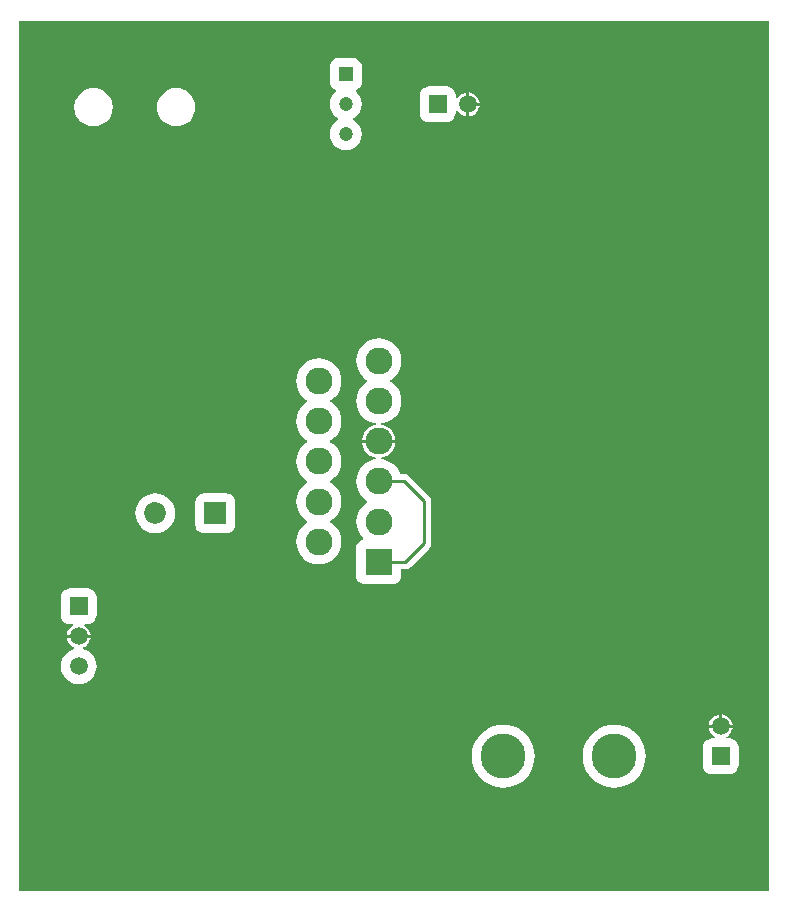
<source format=gbr>
G04 Layer_Physical_Order=2*
G04 Layer_Color=16711680*
%FSLAX25Y25*%
%MOIN*%
%TF.FileFunction,Copper,L2,Bot,Signal*%
%TF.Part,Single*%
G01*
G75*
%TA.AperFunction,Conductor*%
%ADD21C,0.01000*%
%TA.AperFunction,ComponentPad*%
%ADD22R,0.05905X0.05905*%
%ADD23C,0.05905*%
%ADD24R,0.09000X0.09000*%
%ADD25C,0.09000*%
%ADD26R,0.04724X0.04724*%
%ADD27C,0.04724*%
%ADD28C,0.15000*%
%ADD29R,0.07283X0.07283*%
%ADD30C,0.07283*%
%ADD31R,0.05905X0.05905*%
G36*
X395000Y115000D02*
X145000D01*
Y405000D01*
X395000D01*
Y115000D01*
D02*
G37*
%LPC*%
G36*
X168921Y199500D02*
X165000D01*
X161079D01*
X161149Y198968D01*
X161547Y198007D01*
X162181Y197181D01*
X163007Y196547D01*
X163576Y196311D01*
X163550Y195781D01*
X162711Y195526D01*
X161677Y194974D01*
X160770Y194230D01*
X160027Y193323D01*
X159474Y192289D01*
X159133Y191167D01*
X159019Y190000D01*
X159133Y188833D01*
X159474Y187711D01*
X160027Y186677D01*
X160770Y185770D01*
X161677Y185027D01*
X162711Y184474D01*
X163833Y184133D01*
X165000Y184019D01*
X166167Y184133D01*
X167289Y184474D01*
X168323Y185027D01*
X169230Y185770D01*
X169974Y186677D01*
X170526Y187711D01*
X170867Y188833D01*
X170982Y190000D01*
X170867Y191167D01*
X170526Y192289D01*
X169974Y193323D01*
X169230Y194230D01*
X168323Y194974D01*
X167289Y195526D01*
X166450Y195781D01*
X166424Y196311D01*
X166993Y196547D01*
X167819Y197181D01*
X168453Y198007D01*
X168851Y198968D01*
X168921Y199500D01*
D02*
G37*
G36*
X379500Y173921D02*
Y170500D01*
X382921D01*
X382851Y171032D01*
X382453Y171993D01*
X381819Y172819D01*
X380993Y173453D01*
X380032Y173851D01*
X379500Y173921D01*
D02*
G37*
G36*
X270482Y264500D02*
X265000D01*
X259518D01*
X259642Y263564D01*
X260196Y262226D01*
X261077Y261077D01*
X262226Y260196D01*
X263564Y259642D01*
X264191Y259559D01*
X264183Y259056D01*
X263530Y258992D01*
X262116Y258563D01*
X260813Y257866D01*
X259671Y256929D01*
X258734Y255787D01*
X258037Y254484D01*
X257609Y253070D01*
X257464Y251600D01*
X257609Y250130D01*
X258037Y248716D01*
X258734Y247413D01*
X259671Y246271D01*
X260813Y245334D01*
X261157Y245150D01*
Y244650D01*
X260813Y244466D01*
X259671Y243529D01*
X258734Y242387D01*
X258037Y241084D01*
X257609Y239670D01*
X257464Y238200D01*
X257609Y236730D01*
X258037Y235316D01*
X258734Y234013D01*
X259671Y232871D01*
X259872Y232706D01*
X259809Y232483D01*
X259688Y232211D01*
X258987Y231921D01*
X258360Y231440D01*
X257879Y230813D01*
X257577Y230083D01*
X257474Y229300D01*
Y220300D01*
X257577Y219517D01*
X257879Y218787D01*
X258360Y218160D01*
X258987Y217680D01*
X259717Y217377D01*
X260500Y217274D01*
X269500D01*
X270283Y217377D01*
X271013Y217680D01*
X271640Y218160D01*
X272120Y218787D01*
X272423Y219517D01*
X272526Y220300D01*
Y222251D01*
X273800D01*
X274776Y222445D01*
X275602Y222998D01*
X281802Y229198D01*
X282355Y230025D01*
X282549Y231000D01*
Y245000D01*
X282355Y245975D01*
X281802Y246802D01*
X275202Y253402D01*
X274376Y253955D01*
X273400Y254149D01*
X272064D01*
X271963Y254484D01*
X271266Y255787D01*
X270329Y256929D01*
X269187Y257866D01*
X267884Y258563D01*
X266470Y258992D01*
X265817Y259056D01*
X265809Y259559D01*
X266436Y259642D01*
X267774Y260196D01*
X268923Y261077D01*
X269804Y262226D01*
X270358Y263564D01*
X270482Y264500D01*
D02*
G37*
G36*
X167953Y215979D02*
X162047D01*
X161264Y215876D01*
X160534Y215573D01*
X159908Y215092D01*
X159427Y214466D01*
X159125Y213736D01*
X159021Y212953D01*
Y207047D01*
X159125Y206264D01*
X159427Y205534D01*
X159908Y204908D01*
X160534Y204427D01*
X161264Y204124D01*
X162047Y204021D01*
X163073D01*
X163172Y203521D01*
X163007Y203453D01*
X162181Y202819D01*
X161547Y201993D01*
X161149Y201032D01*
X161079Y200500D01*
X165000D01*
X168921D01*
X168851Y201032D01*
X168453Y201993D01*
X167819Y202819D01*
X166993Y203453D01*
X166828Y203521D01*
X166927Y204021D01*
X167953D01*
X168736Y204124D01*
X169466Y204427D01*
X170092Y204908D01*
X170573Y205534D01*
X170876Y206264D01*
X170979Y207047D01*
Y212953D01*
X170876Y213736D01*
X170573Y214466D01*
X170092Y215092D01*
X169466Y215573D01*
X168736Y215876D01*
X167953Y215979D01*
D02*
G37*
G36*
X343500Y170533D02*
X341852Y170403D01*
X340245Y170017D01*
X338718Y169385D01*
X337309Y168521D01*
X336052Y167448D01*
X334979Y166191D01*
X334116Y164782D01*
X333483Y163255D01*
X333097Y161648D01*
X332967Y160000D01*
X333097Y158352D01*
X333483Y156745D01*
X334116Y155218D01*
X334979Y153809D01*
X336052Y152552D01*
X337309Y151479D01*
X338718Y150616D01*
X340245Y149983D01*
X341852Y149597D01*
X343500Y149468D01*
X345148Y149597D01*
X346755Y149983D01*
X348282Y150616D01*
X349691Y151479D01*
X350948Y152552D01*
X352021Y153809D01*
X352885Y155218D01*
X353517Y156745D01*
X353903Y158352D01*
X354032Y160000D01*
X353903Y161648D01*
X353517Y163255D01*
X352885Y164782D01*
X352021Y166191D01*
X350948Y167448D01*
X349691Y168521D01*
X348282Y169385D01*
X346755Y170017D01*
X345148Y170403D01*
X343500Y170533D01*
D02*
G37*
G36*
X306500D02*
X304852Y170403D01*
X303245Y170017D01*
X301718Y169385D01*
X300309Y168521D01*
X299052Y167448D01*
X297979Y166191D01*
X297115Y164782D01*
X296483Y163255D01*
X296097Y161648D01*
X295968Y160000D01*
X296097Y158352D01*
X296483Y156745D01*
X297115Y155218D01*
X297979Y153809D01*
X299052Y152552D01*
X300309Y151479D01*
X301718Y150616D01*
X303245Y149983D01*
X304852Y149597D01*
X306500Y149468D01*
X308148Y149597D01*
X309755Y149983D01*
X311282Y150616D01*
X312691Y151479D01*
X313948Y152552D01*
X315021Y153809D01*
X315884Y155218D01*
X316517Y156745D01*
X316903Y158352D01*
X317033Y160000D01*
X316903Y161648D01*
X316517Y163255D01*
X315884Y164782D01*
X315021Y166191D01*
X313948Y167448D01*
X312691Y168521D01*
X311282Y169385D01*
X309755Y170017D01*
X308148Y170403D01*
X306500Y170533D01*
D02*
G37*
G36*
X378500Y173921D02*
X377968Y173851D01*
X377007Y173453D01*
X376181Y172819D01*
X375547Y171993D01*
X375149Y171032D01*
X375079Y170500D01*
X378500D01*
Y173921D01*
D02*
G37*
G36*
X382921Y169500D02*
X379000D01*
X375079D01*
X375149Y168968D01*
X375547Y168007D01*
X376181Y167181D01*
X377007Y166547D01*
X377172Y166479D01*
X377073Y165979D01*
X376047D01*
X375264Y165875D01*
X374534Y165573D01*
X373908Y165092D01*
X373427Y164466D01*
X373125Y163736D01*
X373021Y162953D01*
Y157047D01*
X373125Y156264D01*
X373427Y155534D01*
X373908Y154908D01*
X374534Y154427D01*
X375264Y154124D01*
X376047Y154021D01*
X381953D01*
X382736Y154124D01*
X383466Y154427D01*
X384092Y154908D01*
X384573Y155534D01*
X384875Y156264D01*
X384979Y157047D01*
Y162953D01*
X384875Y163736D01*
X384573Y164466D01*
X384092Y165092D01*
X383466Y165573D01*
X382736Y165875D01*
X381953Y165979D01*
X380927D01*
X380828Y166479D01*
X380993Y166547D01*
X381819Y167181D01*
X382453Y168007D01*
X382851Y168968D01*
X382921Y169500D01*
D02*
G37*
G36*
X245000Y292636D02*
X243530Y292492D01*
X242116Y292063D01*
X240813Y291366D01*
X239671Y290429D01*
X238734Y289287D01*
X238037Y287984D01*
X237609Y286570D01*
X237464Y285100D01*
X237609Y283630D01*
X238037Y282216D01*
X238734Y280913D01*
X239671Y279771D01*
X240813Y278834D01*
X241157Y278650D01*
Y278150D01*
X240813Y277966D01*
X239671Y277029D01*
X238734Y275887D01*
X238037Y274584D01*
X237609Y273170D01*
X237464Y271700D01*
X237609Y270230D01*
X238037Y268816D01*
X238734Y267513D01*
X239671Y266371D01*
X240813Y265434D01*
X241157Y265250D01*
Y264750D01*
X240813Y264566D01*
X239671Y263629D01*
X238734Y262487D01*
X238037Y261184D01*
X237609Y259770D01*
X237464Y258300D01*
X237609Y256830D01*
X238037Y255416D01*
X238734Y254113D01*
X239671Y252971D01*
X240813Y252034D01*
X241157Y251850D01*
Y251350D01*
X240813Y251166D01*
X239671Y250229D01*
X238734Y249087D01*
X238037Y247784D01*
X237609Y246370D01*
X237464Y244900D01*
X237609Y243430D01*
X238037Y242016D01*
X238734Y240713D01*
X239671Y239571D01*
X240813Y238634D01*
X241157Y238450D01*
Y237950D01*
X240813Y237766D01*
X239671Y236829D01*
X238734Y235687D01*
X238037Y234384D01*
X237609Y232970D01*
X237464Y231500D01*
X237609Y230030D01*
X238037Y228616D01*
X238734Y227313D01*
X239671Y226171D01*
X240813Y225234D01*
X242116Y224537D01*
X243530Y224109D01*
X245000Y223964D01*
X246470Y224109D01*
X247884Y224537D01*
X249187Y225234D01*
X250329Y226171D01*
X251266Y227313D01*
X251963Y228616D01*
X252392Y230030D01*
X252536Y231500D01*
X252392Y232970D01*
X251963Y234384D01*
X251266Y235687D01*
X250329Y236829D01*
X249187Y237766D01*
X248843Y237950D01*
Y238450D01*
X249187Y238634D01*
X250329Y239571D01*
X251266Y240713D01*
X251963Y242016D01*
X252392Y243430D01*
X252536Y244900D01*
X252392Y246370D01*
X251963Y247784D01*
X251266Y249087D01*
X250329Y250229D01*
X249187Y251166D01*
X248843Y251350D01*
Y251850D01*
X249187Y252034D01*
X250329Y252971D01*
X251266Y254113D01*
X251963Y255416D01*
X252392Y256830D01*
X252536Y258300D01*
X252392Y259770D01*
X251963Y261184D01*
X251266Y262487D01*
X250329Y263629D01*
X249187Y264566D01*
X248843Y264750D01*
Y265250D01*
X249187Y265434D01*
X250329Y266371D01*
X251266Y267513D01*
X251963Y268816D01*
X252392Y270230D01*
X252536Y271700D01*
X252392Y273170D01*
X251963Y274584D01*
X251266Y275887D01*
X250329Y277029D01*
X249187Y277966D01*
X248843Y278150D01*
Y278650D01*
X249187Y278834D01*
X250329Y279771D01*
X251266Y280913D01*
X251963Y282216D01*
X252392Y283630D01*
X252536Y285100D01*
X252392Y286570D01*
X251963Y287984D01*
X251266Y289287D01*
X250329Y290429D01*
X249187Y291366D01*
X247884Y292063D01*
X246470Y292492D01*
X245000Y292636D01*
D02*
G37*
G36*
X295161Y381260D02*
Y377839D01*
X298583D01*
X298512Y378370D01*
X298114Y379332D01*
X297481Y380158D01*
X296655Y380791D01*
X295693Y381190D01*
X295161Y381260D01*
D02*
G37*
G36*
X298583Y376839D02*
X295161D01*
Y373417D01*
X295693Y373488D01*
X296655Y373886D01*
X297481Y374519D01*
X298114Y375345D01*
X298512Y376307D01*
X298583Y376839D01*
D02*
G37*
G36*
X197895Y382714D02*
X197500Y382714D01*
X197105Y382714D01*
X197105Y382714D01*
X196231Y382599D01*
X196231D01*
X195468Y382395D01*
X195468Y382394D01*
X194654Y382057D01*
X194654Y382057D01*
X193970Y381662D01*
X193271Y381126D01*
X192713Y380567D01*
X192176Y379868D01*
X191781Y379184D01*
X191781Y379184D01*
X191444Y378370D01*
X191240Y377607D01*
X191125Y376734D01*
X191125Y376733D01*
Y376535D01*
X191099Y376339D01*
X191125Y376142D01*
Y375944D01*
X191125Y375943D01*
X191240Y375070D01*
Y375070D01*
X191444Y374307D01*
X191444Y374307D01*
X191781Y373493D01*
X191781Y373493D01*
X192176Y372809D01*
X192713Y372110D01*
X193271Y371551D01*
X193970Y371015D01*
X194654Y370620D01*
X194654Y370620D01*
X195468Y370283D01*
X196231Y370078D01*
X197105Y369963D01*
X197105Y369963D01*
X197500Y369963D01*
X197895Y369963D01*
X197895Y369963D01*
X198768Y370078D01*
X198769D01*
X199532Y370283D01*
X199532Y370283D01*
X200346Y370620D01*
X200346Y370620D01*
X201030Y371015D01*
X201729Y371551D01*
X202287Y372110D01*
X202824Y372809D01*
X203219Y373493D01*
X203219Y373493D01*
X203556Y374307D01*
X203760Y375070D01*
X203875Y375943D01*
X203875Y375944D01*
Y376142D01*
X203901Y376339D01*
X203875Y376535D01*
Y376734D01*
X203875Y376734D01*
X203760Y377607D01*
Y377607D01*
X203556Y378370D01*
X203556Y378370D01*
X203219Y379184D01*
X203219Y379184D01*
X202824Y379868D01*
X202287Y380567D01*
X201729Y381126D01*
X201030Y381662D01*
X200346Y382057D01*
X200346Y382057D01*
X199532Y382395D01*
X198769Y382599D01*
X197895Y382714D01*
X197895Y382714D01*
D02*
G37*
G36*
X170336D02*
X169941Y382714D01*
X169546Y382714D01*
X169546Y382714D01*
X168673Y382599D01*
X168672D01*
X167909Y382395D01*
X167909Y382394D01*
X167095Y382057D01*
X167095Y382057D01*
X166411Y381662D01*
X165712Y381126D01*
X165154Y380567D01*
X164617Y379868D01*
X164222Y379184D01*
X163885Y378370D01*
X163681Y377607D01*
Y377607D01*
X163566Y376734D01*
X163566Y376733D01*
Y376535D01*
X163540Y376339D01*
X163566Y376142D01*
Y375944D01*
X163566Y375943D01*
X163681Y375070D01*
Y375070D01*
X163885Y374307D01*
X164222Y373493D01*
X164617Y372809D01*
X165154Y372110D01*
X165712Y371551D01*
X166411Y371015D01*
X167095Y370620D01*
X167095Y370620D01*
X167909Y370283D01*
X168672Y370078D01*
X169546Y369963D01*
X169546Y369963D01*
X169941Y369963D01*
X170336Y369963D01*
X170336Y369963D01*
X171209Y370078D01*
X171210D01*
X171973Y370283D01*
X171973Y370283D01*
X172786Y370620D01*
X172787Y370620D01*
X173471Y371015D01*
X174170Y371551D01*
X174728Y372110D01*
X175265Y372809D01*
X175660Y373493D01*
X175997Y374307D01*
X176201Y375070D01*
Y375070D01*
X176316Y375943D01*
X176316Y375944D01*
Y376142D01*
X176342Y376339D01*
X176316Y376535D01*
Y376734D01*
X176316Y376734D01*
X176201Y377607D01*
Y377607D01*
X175997Y378370D01*
X175660Y379184D01*
X175265Y379868D01*
X174728Y380567D01*
X174170Y381126D01*
X173471Y381662D01*
X172787Y382057D01*
X172786Y382057D01*
X171973Y382395D01*
X171210Y382599D01*
X170336Y382714D01*
X170336Y382714D01*
D02*
G37*
G36*
X287614Y383317D02*
X281709D01*
X280925Y383214D01*
X280196Y382912D01*
X279569Y382431D01*
X279088Y381804D01*
X278786Y381075D01*
X278683Y380291D01*
Y374386D01*
X278786Y373603D01*
X279088Y372873D01*
X279569Y372246D01*
X280196Y371765D01*
X280925Y371463D01*
X281709Y371360D01*
X287614D01*
X288397Y371463D01*
X289127Y371765D01*
X289754Y372246D01*
X290235Y372873D01*
X290537Y373603D01*
X290640Y374386D01*
Y375411D01*
X291140Y375511D01*
X291209Y375345D01*
X291842Y374519D01*
X292668Y373886D01*
X293630Y373488D01*
X294161Y373417D01*
Y377339D01*
Y381260D01*
X293630Y381190D01*
X292668Y380791D01*
X291842Y380158D01*
X291209Y379332D01*
X291140Y379166D01*
X290640Y379266D01*
Y380291D01*
X290537Y381075D01*
X290235Y381804D01*
X289754Y382431D01*
X289127Y382912D01*
X288397Y383214D01*
X287614Y383317D01*
D02*
G37*
G36*
X214142Y247668D02*
X206858D01*
X206075Y247565D01*
X205345Y247262D01*
X204719Y246781D01*
X204238Y246155D01*
X203936Y245425D01*
X203832Y244642D01*
Y237358D01*
X203936Y236575D01*
X204238Y235845D01*
X204719Y235219D01*
X205345Y234738D01*
X206075Y234436D01*
X206858Y234332D01*
X214142D01*
X214925Y234436D01*
X215655Y234738D01*
X216281Y235219D01*
X216762Y235845D01*
X217064Y236575D01*
X217168Y237358D01*
Y244642D01*
X217064Y245425D01*
X216762Y246155D01*
X216281Y246781D01*
X215655Y247262D01*
X214925Y247565D01*
X214142Y247668D01*
D02*
G37*
G36*
X190500Y247674D02*
X189198Y247546D01*
X187946Y247166D01*
X186792Y246549D01*
X185781Y245719D01*
X184951Y244708D01*
X184334Y243554D01*
X183954Y242302D01*
X183826Y241000D01*
X183954Y239698D01*
X184334Y238446D01*
X184951Y237292D01*
X185781Y236281D01*
X186792Y235451D01*
X187946Y234834D01*
X189198Y234454D01*
X190500Y234326D01*
X191802Y234454D01*
X193054Y234834D01*
X194208Y235451D01*
X195219Y236281D01*
X196049Y237292D01*
X196666Y238446D01*
X197046Y239698D01*
X197174Y241000D01*
X197046Y242302D01*
X196666Y243554D01*
X196049Y244708D01*
X195219Y245719D01*
X194208Y246549D01*
X193054Y247166D01*
X191802Y247546D01*
X190500Y247674D01*
D02*
G37*
G36*
X256362Y392727D02*
X251638D01*
X250855Y392624D01*
X250125Y392321D01*
X249498Y391840D01*
X249017Y391214D01*
X248715Y390484D01*
X248612Y389701D01*
Y384976D01*
X248715Y384193D01*
X249017Y383463D01*
X249498Y382837D01*
X250125Y382356D01*
X250634Y382145D01*
X250734Y381592D01*
X250176Y381163D01*
X249316Y380043D01*
X248776Y378738D01*
X248591Y377339D01*
X248776Y375939D01*
X249316Y374634D01*
X250176Y373514D01*
X251296Y372655D01*
X251455Y372589D01*
Y372089D01*
X251296Y372022D01*
X250176Y371163D01*
X249316Y370043D01*
X248776Y368738D01*
X248591Y367339D01*
X248776Y365939D01*
X249316Y364634D01*
X250176Y363514D01*
X251296Y362655D01*
X252600Y362114D01*
X254000Y361930D01*
X255400Y362114D01*
X256704Y362655D01*
X257824Y363514D01*
X258684Y364634D01*
X259224Y365939D01*
X259408Y367339D01*
X259224Y368738D01*
X258684Y370043D01*
X257824Y371163D01*
X256704Y372022D01*
X256545Y372089D01*
Y372589D01*
X256704Y372655D01*
X257824Y373514D01*
X258684Y374634D01*
X259224Y375939D01*
X259408Y377339D01*
X259224Y378738D01*
X258684Y380043D01*
X257824Y381163D01*
X257266Y381592D01*
X257366Y382145D01*
X257875Y382356D01*
X258502Y382837D01*
X258983Y383463D01*
X259285Y384193D01*
X259388Y384976D01*
Y389701D01*
X259285Y390484D01*
X258983Y391214D01*
X258502Y391840D01*
X257875Y392321D01*
X257145Y392624D01*
X256362Y392727D01*
D02*
G37*
G36*
X265000Y299336D02*
X263530Y299191D01*
X262116Y298763D01*
X260813Y298066D01*
X259671Y297129D01*
X258734Y295987D01*
X258037Y294684D01*
X257609Y293270D01*
X257464Y291800D01*
X257609Y290330D01*
X258037Y288916D01*
X258734Y287613D01*
X259671Y286471D01*
X260813Y285534D01*
X261157Y285350D01*
Y284850D01*
X260813Y284666D01*
X259671Y283729D01*
X258734Y282587D01*
X258037Y281284D01*
X257609Y279870D01*
X257464Y278400D01*
X257609Y276930D01*
X258037Y275516D01*
X258734Y274213D01*
X259671Y273071D01*
X260813Y272134D01*
X262116Y271437D01*
X263530Y271008D01*
X264183Y270944D01*
X264191Y270441D01*
X263564Y270358D01*
X262226Y269804D01*
X261077Y268923D01*
X260196Y267774D01*
X259642Y266436D01*
X259518Y265500D01*
X265000D01*
X270482D01*
X270358Y266436D01*
X269804Y267774D01*
X268923Y268923D01*
X267774Y269804D01*
X266436Y270358D01*
X265809Y270441D01*
X265817Y270944D01*
X266470Y271008D01*
X267884Y271437D01*
X269187Y272134D01*
X270329Y273071D01*
X271266Y274213D01*
X271963Y275516D01*
X272392Y276930D01*
X272536Y278400D01*
X272392Y279870D01*
X271963Y281284D01*
X271266Y282587D01*
X270329Y283729D01*
X269187Y284666D01*
X268843Y284850D01*
Y285350D01*
X269187Y285534D01*
X270329Y286471D01*
X271266Y287613D01*
X271963Y288916D01*
X272392Y290330D01*
X272536Y291800D01*
X272392Y293270D01*
X271963Y294684D01*
X271266Y295987D01*
X270329Y297129D01*
X269187Y298066D01*
X267884Y298763D01*
X266470Y299191D01*
X265000Y299336D01*
D02*
G37*
%LPD*%
D21*
Y251600D02*
X273400D01*
X280000Y245000D01*
X265000Y224800D02*
X273800D01*
X280000Y231000D01*
Y245000D01*
D22*
X165000Y210000D02*
D03*
X379000Y160000D02*
D03*
D23*
X165000Y200000D02*
D03*
Y190000D02*
D03*
X379000Y170000D02*
D03*
X294661Y377339D02*
D03*
D24*
X265000Y224800D02*
D03*
D25*
X245000Y231500D02*
D03*
X265000Y238200D02*
D03*
X245000Y244900D02*
D03*
X265000Y251600D02*
D03*
X245000Y258300D02*
D03*
X265000Y265000D02*
D03*
X245000Y271700D02*
D03*
X265000Y278400D02*
D03*
X245000Y285100D02*
D03*
X265000Y291800D02*
D03*
D26*
X254000Y387339D02*
D03*
D27*
Y377339D02*
D03*
Y367339D02*
D03*
D28*
X343500Y160000D02*
D03*
X306500D02*
D03*
D29*
X210500Y241000D02*
D03*
D30*
X190500D02*
D03*
D31*
X284661Y377339D02*
D03*
%TF.MD5,977c35edfb66ed19c79412d4307b8574*%
M02*

</source>
